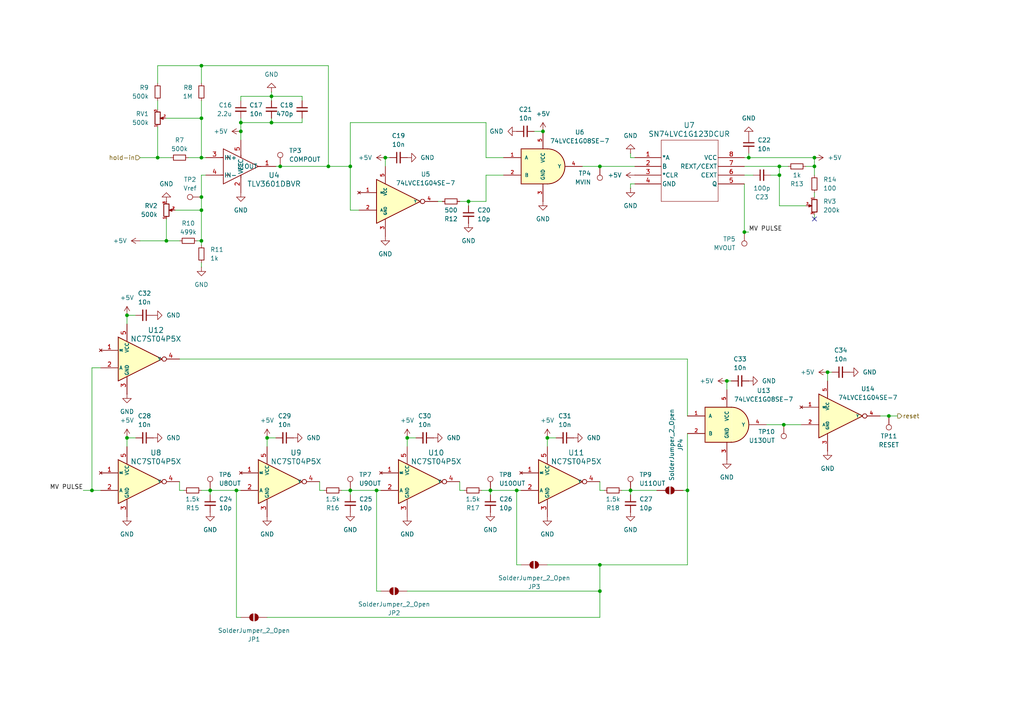
<source format=kicad_sch>
(kicad_sch (version 20231120) (generator "eeschema") (generator_version "8.0")
  (paper "A4")
  (lib_symbols
    (symbol "74LVCE1G04SE-7:74LVCE1G04SE-7" (pin_names (offset 1.016))
      (property "Reference" "U" (at 3.81 -9.652 0))
      (property "Value" "74LVCE1G04SE-7" (at -8.89 -11.938 0))
      (symbol "74LVCE1G04SE-7_0_1"
        (polyline (pts (xy -2.54 6.35) (xy -2.54 -6.35) (xy 10.16 0) (xy -2.54 6.35)) (stroke (width 0.254)) (fill (type background)))
      )
      (symbol "74LVCE1G04SE-7_1_0"
        (pin no_connect line (at -7.62 2.54 0) (length 5.08) (name "NC") (number "1"))
        (pin input line (at -7.62 -2.54 0) (length 5.08) (name "A") (number "2"))
        (pin passive line (at 0 -10.16 90) (length 5.08) (name "GND") (number "3"))
        (pin output inverted (at 15.24 0 180) (length 5.08) (name "Y") (number "4"))
        (pin power_in line (at 0 10.16 270) (length 5.08) (name "VCC") (number "5"))
      )
    )
    (symbol "74LVCE1G08SE-7:74LVCE1G08SE-7" (pin_names (offset 1.016))
      (property "Reference" "U" (at -2.54 -11.684 0))
      (property "Value" "74LVCE1G08SE-7" (at -7.366 -9.144 0))
      (symbol "74LVCE1G08SE-7_0_0"
        (pin input line (at -11.43 2.54 0) (length 5.08) (name "A") (number "1"))
        (pin input line (at -11.43 -2.54 0) (length 5.08) (name "B") (number "2"))
        (pin passive line (at 0 -10.16 90) (length 5.08) (name "GND") (number "3"))
        (pin output line (at 11.43 0 180) (length 5.08) (name "Y") (number "4"))
        (pin power_in line (at 0 10.16 270) (length 5.08) (name "VCC") (number "5"))
      )
      (symbol "74LVCE1G08SE-7_0_1"
        (polyline (pts (xy 1.2921 -5.08) (xy -6.3279 -5.08) (xy -6.3279 5.08) (xy 1.2921 5.08)) (stroke (width 0.254)) (fill (type background)))
        (arc (start 1.2921 -5.08) (mid 6.35 0) (end 1.2921 5.08) (stroke (width 0.254)) (fill (type background)))
      )
    )
    (symbol "Connector:TestPoint" (pin_numbers hide) (pin_names (offset 0.762) hide)
      (property "Reference" "TP" (at 0 6.858 0))
      (property "Value" "TestPoint" (at 0 5.08 0))
      (symbol "TestPoint_0_1"
        (circle (center 0 3.302) (radius 0.762))
      )
      (symbol "TestPoint_1_1"
        (pin passive line (at 0 0 90) (length 2.54) (name "1") (number "1"))
      )
    )
    (symbol "Device:C_Small" (pin_numbers hide) (pin_names (offset 0.254) hide)
      (property "Reference" "C" (at 0.254 1.778 0))
      (property "Value" "C_Small" (at 0.254 -2.032 0))
      (symbol "C_Small_0_1"
        (polyline (pts (xy -1.524 -0.508) (xy 1.524 -0.508)) (stroke (width 0.3302)))
        (polyline (pts (xy -1.524 0.508) (xy 1.524 0.508)) (stroke (width 0.3048)))
      )
      (symbol "C_Small_1_1"
        (pin passive line (at 0 2.54 270) (length 2.032) (name "~") (number "1"))
        (pin passive line (at 0 -2.54 90) (length 2.032) (name "~") (number "2"))
      )
    )
    (symbol "Device:R_Potentiometer_Small" (pin_names (offset 1.016) hide)
      (property "Reference" "RV" (at -4.445 0 90))
      (property "Value" "R_Potentiometer_Small" (at -2.54 0 90))
      (symbol "R_Potentiometer_Small_0_1"
        (polyline (pts (xy 0.889 0) (xy 0.635 0) (xy 1.651 0.381) (xy 1.651 -0.381) (xy 0.635 0) (xy 0.889 0)) (fill (type outline)))
        (rectangle (start 0.762 1.8034) (end -0.762 -1.8034) (stroke (width 0.254)))
      )
      (symbol "R_Potentiometer_Small_1_1"
        (pin passive line (at 0 2.54 270) (length 0.635) (name "1") (number "1"))
        (pin passive line (at 2.54 0 180) (length 0.9906) (name "2") (number "2"))
        (pin passive line (at 0 -2.54 90) (length 0.635) (name "3") (number "3"))
      )
    )
    (symbol "Device:R_Small" (pin_numbers hide) (pin_names (offset 0.254) hide)
      (property "Reference" "R" (at 0.762 0.508 0))
      (property "Value" "R_Small" (at 0.762 -1.016 0))
      (symbol "R_Small_0_1"
        (rectangle (start -0.762 1.778) (end 0.762 -1.778) (stroke (width 0.2032)))
      )
      (symbol "R_Small_1_1"
        (pin passive line (at 0 2.54 270) (length 0.762) (name "~") (number "1"))
        (pin passive line (at 0 -2.54 90) (length 0.762) (name "~") (number "2"))
      )
    )
    (symbol "Jumper:SolderJumper_2_Open" (pin_numbers hide) (pin_names (offset 0) hide) (exclude_from_sim yes) (in_bom no)
      (property "Reference" "JP" (at 0 2.032 0))
      (property "Value" "SolderJumper_2_Open" (at 0 -2.54 0))
      (symbol "SolderJumper_2_Open_0_1"
        (arc (start -0.254 1.016) (mid -1.2656 0) (end -0.254 -1.016))
        (arc (start -0.254 1.016) (mid -1.2656 0) (end -0.254 -1.016) (fill (type outline)))
        (polyline (pts (xy -0.254 1.016) (xy -0.254 -1.016)))
        (polyline (pts (xy 0.254 1.016) (xy 0.254 -1.016)))
        (arc (start 0.254 -1.016) (mid 1.2656 0) (end 0.254 1.016))
        (arc (start 0.254 -1.016) (mid 1.2656 0) (end 0.254 1.016) (fill (type outline)))
      )
      (symbol "SolderJumper_2_Open_1_1"
        (pin passive line (at -3.81 0 0) (length 2.54) (name "A") (number "1"))
        (pin passive line (at 3.81 0 180) (length 2.54) (name "B") (number "2"))
      )
    )
    (symbol "NC7ST04P5X:NC7ST04P5X" (pin_names (offset 0.254))
      (property "Reference" "U" (at 23.876 9.144 0))
      (property "Value" "NC7ST04P5X" (at 23.876 6.604 0))
      (symbol "NC7ST04P5X_0_1"
        (polyline (pts (xy 12.7 6.35) (xy 12.7 -6.35) (xy 25.4 0) (xy 12.7 6.35)) (stroke (width 0.254)) (fill (type background)))
      )
      (symbol "NC7ST04P5X_1_1"
        (pin no_connect line (at 7.62 2.54 0) (length 5.08) (name "NC") (number "1"))
        (pin input line (at 7.62 -2.54 0) (length 5.08) (name "A") (number "2"))
        (pin power_in line (at 15.24 -10.16 90) (length 5.08) (name "GND") (number "3"))
        (pin output inverted (at 30.48 0 180) (length 5.08) (name "Y") (number "4"))
        (pin power_in line (at 15.24 10.16 270) (length 5.08) (name "VCC") (number "5"))
      )
    )
    (symbol "SN74LVC1G123DCUR:SN74LVC1G123DCUR" (pin_names (offset 0.254))
      (property "Reference" "U" (at 15.748 9.906 0))
      (property "Value" "SN74LVC1G123DCUR" (at 15.748 7.366 0))
      (symbol "SN74LVC1G123DCUR_0_1"
        (polyline (pts (xy 7.62 -12.7) (xy 24.13 -12.7)) (stroke (width 0.127)))
        (polyline (pts (xy 7.62 5.08) (xy 7.62 -12.7)) (stroke (width 0.127)))
        (polyline (pts (xy 24.13 -12.7) (xy 24.13 5.08)) (stroke (width 0.127)))
        (polyline (pts (xy 24.13 5.08) (xy 7.62 5.08)) (stroke (width 0.127)))
        (pin input line (at 0 0 0) (length 7.62) (name "*A") (number "1"))
        (pin input line (at 0 -2.54 0) (length 7.62) (name "B") (number "2"))
        (pin input line (at 0 -5.08 0) (length 7.62) (name "*CLR") (number "3"))
        (pin power_in line (at 0 -7.62 0) (length 7.62) (name "GND") (number "4"))
        (pin output line (at 31.75 -7.62 180) (length 7.62) (name "Q") (number "5"))
        (pin power_in line (at 31.75 0 180) (length 7.62) (name "VCC") (number "8"))
      )
      (symbol "SN74LVC1G123DCUR_1_1"
        (pin passive line (at 31.75 -5.08 180) (length 7.62) (name "CEXT") (number "6"))
        (pin passive line (at 31.75 -2.54 180) (length 7.62) (name "REXT/CEXT") (number "7"))
      )
    )
    (symbol "TLV3601:TLV3601DBVR" (pin_names (offset 0.254))
      (property "Reference" "U" (at 0 2.54 0))
      (property "Value" "TLV3601DBVR" (at 0 7.62 0))
      (symbol "TLV3601DBVR_0_1"
        (polyline (pts (xy 5.08 -7.62) (xy 5.08 2.54)) (stroke (width 0.2032)))
        (polyline (pts (xy 5.08 -7.62) (xy 15.24 -2.54)) (stroke (width 0.2032)))
        (polyline (pts (xy 5.08 -5.08) (xy 4.318 -5.08)) (stroke (width 0.2032)))
        (polyline (pts (xy 5.08 0) (xy 4.318 0)) (stroke (width 0.2032)))
        (polyline (pts (xy 5.08 2.54) (xy 15.24 -2.54)) (stroke (width 0.2032)))
        (polyline (pts (xy 6.35 -0.508) (xy 6.35 0.508)) (stroke (width 0.2032)))
        (polyline (pts (xy 6.858 -5.08) (xy 5.842 -5.08)) (stroke (width 0.2032)))
        (polyline (pts (xy 6.858 0) (xy 5.842 0)) (stroke (width 0.2032)))
        (polyline (pts (xy 10.16 -5.08) (xy 10.16 -5.842)) (stroke (width 0.2032)))
        (polyline (pts (xy 10.16 0) (xy 10.16 0.762)) (stroke (width 0.2032)))
        (polyline (pts (xy 15.24 -2.54) (xy 16.002 -2.54)) (stroke (width 0.2032)))
        (pin power_in line (at 10.16 -10.16 90) (length 5.08) (name "VEE") (number "2"))
        (pin tri_state line (at 0 0 0) (length 5.08) (name "IN+") (number "3"))
        (pin tri_state line (at 0 -5.08 0) (length 5.08) (name "IN-") (number "4"))
        (pin power_in line (at 10.16 5.08 270) (length 5.08) (name "VCC") (number "5"))
      )
      (symbol "TLV3601DBVR_1_1"
        (pin output line (at 20.32 -2.54 180) (length 5.08) (name "OUT") (number "1"))
      )
    )
    (symbol "power:+5V" (power) (pin_numbers hide) (pin_names (offset 0) hide)
      (property "Value" "+5V" (at 0 3.556 0))
      (symbol "+5V_0_1"
        (polyline (pts (xy -0.762 1.27) (xy 0 2.54)))
        (polyline (pts (xy 0 0) (xy 0 2.54)))
        (polyline (pts (xy 0 2.54) (xy 0.762 1.27)))
      )
      (symbol "+5V_1_1"
        (pin power_in line (at 0 0 90) (length 0) (name "~") (number "1"))
      )
    )
    (symbol "power:GND" (power) (pin_numbers hide) (pin_names (offset 0) hide)
      (property "Value" "GND" (at 0 -3.81 0))
      (symbol "GND_0_1"
        (polyline (pts (xy 0 0) (xy 0 -1.27) (xy 1.27 -1.27) (xy 0 -2.54) (xy -1.27 -1.27) (xy 0 -1.27)))
      )
      (symbol "GND_1_1"
        (pin power_in line (at 0 0 270) (length 0) (name "~") (number "1"))
      )
    )
  )
  (junction (at 78.74 35.56))
  (junction (at 182.88 142.24))
  (junction (at 173.99 48.26))
  (junction (at 68.58 142.24))
  (junction (at 236.22 45.72))
  (junction (at 236.22 48.26))
  (junction (at 101.6 142.24))
  (junction (at 58.42 19.05))
  (junction (at 58.42 34.29))
  (junction (at 48.26 69.85))
  (junction (at 45.72 45.72))
  (junction (at 58.42 60.96))
  (junction (at 58.42 45.72))
  (junction (at 81.28 48.26))
  (junction (at 240.03 107.95))
  (junction (at 226.06 48.26))
  (junction (at 111.76 45.72))
  (junction (at 173.99 171.45))
  (junction (at 226.06 50.8))
  (junction (at 142.24 142.24))
  (junction (at 78.74 27.94))
  (junction (at 95.25 48.26))
  (junction (at 227.33 123.19))
  (junction (at 58.42 69.85))
  (junction (at 69.85 35.56))
  (junction (at 58.42 57.15))
  (junction (at 199.39 142.24))
  (junction (at 158.75 127))
  (junction (at 77.47 127))
  (junction (at 118.11 127))
  (junction (at 36.83 127))
  (junction (at 257.81 120.65))
  (junction (at 109.22 142.24))
  (junction (at 210.82 110.49))
  (junction (at 173.99 163.83))
  (junction (at 101.6 48.26))
  (junction (at 217.17 45.72))
  (junction (at 157.48 38.1))
  (junction (at 26.67 142.24))
  (junction (at 69.85 38.1))
  (junction (at 149.86 142.24))
  (junction (at 60.96 142.24))
  (junction (at 135.89 58.42))
  (junction (at 36.83 91.44))
  (junction (at 215.9 67.31))
  (no_connect (at 236.22 63.5))
  (wire (pts (xy 120.65 127) (xy 118.11 127)))
  (wire (pts (xy 226.06 59.69) (xy 226.06 50.8)))
  (wire (pts (xy 92.71 142.24) (xy 92.71 139.7)))
  (wire (pts (xy 101.6 48.26) (xy 101.6 60.96)))
  (wire (pts (xy 135.89 58.42) (xy 135.89 59.69)))
  (wire (pts (xy 48.26 69.85) (xy 52.07 69.85)))
  (wire (pts (xy 158.75 127) (xy 158.75 129.54)))
  (wire (pts (xy 182.88 54.61) (xy 182.88 53.34)))
  (wire (pts (xy 45.72 36.83) (xy 45.72 45.72)))
  (wire (pts (xy 58.42 24.13) (xy 58.42 19.05)))
  (wire (pts (xy 58.42 77.47) (xy 58.42 76.2)))
  (wire (pts (xy 142.24 142.24) (xy 142.24 143.51)))
  (wire (pts (xy 173.99 163.83) (xy 199.39 163.83)))
  (wire (pts (xy 54.61 45.72) (xy 58.42 45.72)))
  (wire (pts (xy 78.74 27.94) (xy 78.74 29.21)))
  (wire (pts (xy 58.42 50.8) (xy 58.42 57.15)))
  (wire (pts (xy 45.72 24.13) (xy 45.72 19.05)))
  (wire (pts (xy 109.22 142.24) (xy 110.49 142.24)))
  (wire (pts (xy 182.88 44.45) (xy 182.88 45.72)))
  (wire (pts (xy 236.22 55.88) (xy 236.22 57.15)))
  (wire (pts (xy 68.58 142.24) (xy 68.58 179.07)))
  (wire (pts (xy 68.58 179.07) (xy 69.85 179.07)))
  (wire (pts (xy 26.67 106.68) (xy 29.21 106.68)))
  (wire (pts (xy 48.26 34.29) (xy 58.42 34.29)))
  (wire (pts (xy 52.07 142.24) (xy 53.34 142.24)))
  (wire (pts (xy 87.63 27.94) (xy 87.63 29.21)))
  (wire (pts (xy 77.47 179.07) (xy 173.99 179.07)))
  (wire (pts (xy 240.03 107.95) (xy 240.03 110.49)))
  (wire (pts (xy 260.35 120.65) (xy 257.81 120.65)))
  (wire (pts (xy 217.17 67.31) (xy 215.9 67.31)))
  (wire (pts (xy 60.96 142.24) (xy 68.58 142.24)))
  (wire (pts (xy 58.42 57.15) (xy 58.42 60.96)))
  (wire (pts (xy 101.6 142.24) (xy 101.6 143.51)))
  (wire (pts (xy 40.64 69.85) (xy 48.26 69.85)))
  (wire (pts (xy 173.99 48.26) (xy 184.15 48.26)))
  (wire (pts (xy 58.42 69.85) (xy 58.42 71.12)))
  (wire (pts (xy 111.76 45.72) (xy 113.03 45.72)))
  (wire (pts (xy 60.96 142.24) (xy 60.96 143.51)))
  (wire (pts (xy 87.63 35.56) (xy 87.63 34.29)))
  (wire (pts (xy 215.9 48.26) (xy 226.06 48.26)))
  (wire (pts (xy 173.99 142.24) (xy 173.99 139.7)))
  (wire (pts (xy 199.39 104.14) (xy 199.39 120.65)))
  (wire (pts (xy 140.97 50.8) (xy 146.05 50.8)))
  (wire (pts (xy 139.7 142.24) (xy 142.24 142.24)))
  (wire (pts (xy 226.06 48.26) (xy 228.6 48.26)))
  (wire (pts (xy 78.74 27.94) (xy 87.63 27.94)))
  (wire (pts (xy 99.06 142.24) (xy 101.6 142.24)))
  (wire (pts (xy 58.42 60.96) (xy 58.42 69.85)))
  (wire (pts (xy 140.97 58.42) (xy 140.97 50.8)))
  (wire (pts (xy 158.75 163.83) (xy 173.99 163.83)))
  (wire (pts (xy 69.85 38.1) (xy 69.85 40.64)))
  (wire (pts (xy 135.89 58.42) (xy 140.97 58.42)))
  (wire (pts (xy 109.22 171.45) (xy 110.49 171.45)))
  (wire (pts (xy 80.01 48.26) (xy 81.28 48.26)))
  (wire (pts (xy 226.06 48.26) (xy 226.06 50.8)))
  (wire (pts (xy 173.99 179.07) (xy 173.99 171.45)))
  (wire (pts (xy 227.33 123.19) (xy 232.41 123.19)))
  (wire (pts (xy 140.97 45.72) (xy 146.05 45.72)))
  (wire (pts (xy 95.25 48.26) (xy 101.6 48.26)))
  (wire (pts (xy 39.37 127) (xy 36.83 127)))
  (wire (pts (xy 109.22 142.24) (xy 109.22 171.45)))
  (wire (pts (xy 199.39 163.83) (xy 199.39 142.24)))
  (wire (pts (xy 69.85 35.56) (xy 78.74 35.56)))
  (wire (pts (xy 95.25 19.05) (xy 95.25 48.26)))
  (wire (pts (xy 24.13 142.24) (xy 26.67 142.24)))
  (wire (pts (xy 118.11 171.45) (xy 173.99 171.45)))
  (wire (pts (xy 173.99 142.24) (xy 175.26 142.24)))
  (wire (pts (xy 40.64 45.72) (xy 45.72 45.72)))
  (wire (pts (xy 233.68 48.26) (xy 236.22 48.26)))
  (wire (pts (xy 127 58.42) (xy 128.27 58.42)))
  (wire (pts (xy 36.83 91.44) (xy 36.83 93.98)))
  (wire (pts (xy 222.25 123.19) (xy 227.33 123.19)))
  (wire (pts (xy 182.88 45.72) (xy 184.15 45.72)))
  (wire (pts (xy 26.67 106.68) (xy 26.67 142.24)))
  (wire (pts (xy 69.85 34.29) (xy 69.85 35.56)))
  (wire (pts (xy 52.07 104.14) (xy 199.39 104.14)))
  (wire (pts (xy 182.88 142.24) (xy 190.5 142.24)))
  (wire (pts (xy 81.28 48.26) (xy 95.25 48.26)))
  (wire (pts (xy 77.47 127) (xy 77.47 129.54)))
  (wire (pts (xy 182.88 53.34) (xy 184.15 53.34)))
  (wire (pts (xy 58.42 45.72) (xy 59.69 45.72)))
  (wire (pts (xy 236.22 45.72) (xy 236.22 48.26)))
  (wire (pts (xy 210.82 110.49) (xy 212.09 110.49)))
  (wire (pts (xy 59.69 50.8) (xy 58.42 50.8)))
  (wire (pts (xy 92.71 142.24) (xy 93.98 142.24)))
  (wire (pts (xy 233.68 59.69) (xy 226.06 59.69)))
  (wire (pts (xy 58.42 142.24) (xy 60.96 142.24)))
  (wire (pts (xy 58.42 45.72) (xy 58.42 34.29)))
  (wire (pts (xy 68.58 142.24) (xy 69.85 142.24)))
  (wire (pts (xy 101.6 60.96) (xy 104.14 60.96)))
  (wire (pts (xy 101.6 35.56) (xy 140.97 35.56)))
  (wire (pts (xy 39.37 91.44) (xy 36.83 91.44)))
  (wire (pts (xy 36.83 127) (xy 36.83 129.54)))
  (wire (pts (xy 154.94 38.1) (xy 157.48 38.1)))
  (wire (pts (xy 149.86 142.24) (xy 149.86 163.83)))
  (wire (pts (xy 133.35 58.42) (xy 135.89 58.42)))
  (wire (pts (xy 149.86 163.83) (xy 151.13 163.83)))
  (wire (pts (xy 118.11 127) (xy 118.11 129.54)))
  (wire (pts (xy 140.97 35.56) (xy 140.97 45.72)))
  (wire (pts (xy 101.6 48.26) (xy 101.6 35.56)))
  (wire (pts (xy 45.72 19.05) (xy 58.42 19.05)))
  (wire (pts (xy 142.24 142.24) (xy 149.86 142.24)))
  (wire (pts (xy 198.12 142.24) (xy 199.39 142.24)))
  (wire (pts (xy 215.9 45.72) (xy 217.17 45.72)))
  (wire (pts (xy 26.67 142.24) (xy 29.21 142.24)))
  (wire (pts (xy 78.74 34.29) (xy 78.74 35.56)))
  (wire (pts (xy 58.42 19.05) (xy 95.25 19.05)))
  (wire (pts (xy 69.85 35.56) (xy 69.85 38.1)))
  (wire (pts (xy 215.9 50.8) (xy 218.44 50.8)))
  (wire (pts (xy 217.17 45.72) (xy 236.22 45.72)))
  (wire (pts (xy 57.15 69.85) (xy 58.42 69.85)))
  (wire (pts (xy 240.03 107.95) (xy 241.3 107.95)))
  (wire (pts (xy 78.74 35.56) (xy 87.63 35.56)))
  (wire (pts (xy 111.76 45.72) (xy 111.76 48.26)))
  (wire (pts (xy 80.01 127) (xy 77.47 127)))
  (wire (pts (xy 199.39 142.24) (xy 199.39 125.73)))
  (wire (pts (xy 133.35 142.24) (xy 134.62 142.24)))
  (wire (pts (xy 69.85 27.94) (xy 78.74 27.94)))
  (wire (pts (xy 50.8 60.96) (xy 58.42 60.96)))
  (wire (pts (xy 133.35 142.24) (xy 133.35 139.7)))
  (wire (pts (xy 215.9 67.31) (xy 215.9 53.34)))
  (wire (pts (xy 257.81 120.65) (xy 255.27 120.65)))
  (wire (pts (xy 226.06 50.8) (xy 223.52 50.8)))
  (wire (pts (xy 101.6 142.24) (xy 109.22 142.24)))
  (wire (pts (xy 236.22 63.5) (xy 236.22 62.23)))
  (wire (pts (xy 45.72 45.72) (xy 49.53 45.72)))
  (wire (pts (xy 217.17 44.45) (xy 217.17 45.72)))
  (wire (pts (xy 180.34 142.24) (xy 182.88 142.24)))
  (wire (pts (xy 69.85 29.21) (xy 69.85 27.94)))
  (wire (pts (xy 161.29 127) (xy 158.75 127)))
  (wire (pts (xy 48.26 63.5) (xy 48.26 69.85)))
  (wire (pts (xy 168.91 48.26) (xy 173.99 48.26)))
  (wire (pts (xy 173.99 171.45) (xy 173.99 163.83)))
  (wire (pts (xy 149.86 142.24) (xy 151.13 142.24)))
  (wire (pts (xy 52.07 139.7) (xy 52.07 142.24)))
  (wire (pts (xy 58.42 34.29) (xy 58.42 29.21)))
  (wire (pts (xy 78.74 26.67) (xy 78.74 27.94)))
  (wire (pts (xy 210.82 110.49) (xy 210.82 113.03)))
  (wire (pts (xy 236.22 48.26) (xy 236.22 50.8)))
  (wire (pts (xy 182.88 142.24) (xy 182.88 143.51)))
  (wire (pts (xy 45.72 31.75) (xy 45.72 29.21)))
  (label "MV PULSE" (at 217.17 67.31 0))
  (label "MV PULSE" (at 24.13 142.24 180))
  (hierarchical_label "hold-in" (shape input) (at 40.64 45.72 180))
  (hierarchical_label "reset" (shape output) (at 260.35 120.65 0))
  (symbol (lib_id "power:+5V") (at 236.22 45.72 270) (unit 1)
    (property "Reference" "#PWR051" (effects (hide yes)))
    (property "Value" "+5V" (at 240.03 45.7199 90) (effects (justify left)))
    (property "Description" "Power symbol creates a global label with name \"+5V\"" (effects (hide yes)))
  )
  (symbol (lib_id "Connector:TestPoint") (at 215.9 67.31 0) (mirror x) (unit 1)
    (property "Reference" "TP5" (at 213.36 69.3419 0) (effects (justify right)))
    (property "Value" "MVOUT" (at 213.36 71.8819 0) (effects (justify right)))
    (property "Footprint" "Project:TestPoint_THTPad_D2.0mm_Drill1.0mm_JLCrules" (effects (hide yes)))
    (property "Description" "test point" (effects (hide yes)))
  )
  (symbol (lib_id "power:GND") (at 125.73 127 90) (unit 1)
    (property "Reference" "#PWR066" (effects (hide yes)))
    (property "Value" "GND" (at 129.54 127.0001 90) (effects (justify right)))
    (property "Description" "Power symbol creates a global label with name \"GND\" , ground" (effects (hide yes)))
  )
  (symbol (lib_id "Device:R_Small") (at 177.8 142.24 270) (unit 1)
    (property "Reference" "R18" (at 177.8 147.32 90))
    (property "Value" "1.5k" (at 177.8 144.78 90))
    (property "Footprint" "Resistor_SMD:R_0805_2012Metric_Pad1.20x1.40mm_HandSolder" (effects (hide yes)))
    (property "Description" "Resistor, small symbol" (effects (hide yes)))
  )
  (symbol (lib_id "power:GND") (at 166.37 127 90) (unit 1)
    (property "Reference" "#PWR067" (effects (hide yes)))
    (property "Value" "GND" (at 170.18 127.0001 90) (effects (justify right)))
    (property "Description" "Power symbol creates a global label with name \"GND\" , ground" (effects (hide yes)))
  )
  (symbol (lib_id "74LVCE1G08SE-7:74LVCE1G08SE-7") (at 157.48 48.26 0) (unit 1)
    (property "Reference" "U6" (at 168.148 38.354 0))
    (property "Value" "74LVCE1G08SE-7" (at 168.148 40.894 0))
    (property "Footprint" "Project:74LVCE1G08SE-7" (effects (hide yes)))
    (property "SUPPLIER" "DIODES INC." (effects (hide yes)))
    (property "OC_FARNELL" "1893856" (effects (hide yes)))
    (property "OC_NEWARK" "47T3901" (effects (hide yes)))
    (property "MPN" "74LVCE1G08SE-7" (effects (hide yes)))
    (property "PACKAGE" "SOT-5" (effects (hide yes)))
  )
  (symbol (lib_id "power:GND") (at 118.11 45.72 90) (unit 1)
    (property "Reference" "#PWR045" (effects (hide yes)))
    (property "Value" "GND" (at 121.92 45.7199 90) (effects (justify right)))
    (property "Description" "Power symbol creates a global label with name \"GND\" , ground" (effects (hide yes)))
  )
  (symbol (lib_id "Device:R_Small") (at 96.52 142.24 270) (unit 1)
    (property "Reference" "R16" (at 96.52 147.32 90))
    (property "Value" "1.5k" (at 96.52 144.78 90))
    (property "Footprint" "Resistor_SMD:R_0805_2012Metric_Pad1.20x1.40mm_HandSolder" (effects (hide yes)))
    (property "Description" "Resistor, small symbol" (effects (hide yes)))
  )
  (symbol (lib_id "power:GND") (at 44.45 127 90) (unit 1)
    (property "Reference" "#PWR064" (effects (hide yes)))
    (property "Value" "GND" (at 48.26 127.0001 90) (effects (justify right)))
    (property "Description" "Power symbol creates a global label with name \"GND\" , ground" (effects (hide yes)))
  )
  (symbol (lib_id "Device:R_Small") (at 58.42 73.66 0) (unit 1)
    (property "Reference" "R11" (at 60.96 72.3899 0) (effects (justify left)))
    (property "Value" "1k" (at 60.96 74.9299 0) (effects (justify left)))
    (property "Footprint" "Resistor_SMD:R_1206_3216Metric" (effects (hide yes)))
    (property "Description" "Resistor, small symbol" (effects (hide yes)))
  )
  (symbol (lib_id "Device:R_Small") (at 45.72 26.67 0) (unit 1)
    (property "Reference" "R9" (at 43.18 25.3999 0) (effects (justify right)))
    (property "Value" "500k" (at 43.18 27.9399 0) (effects (justify right)))
    (property "Footprint" "Resistor_SMD:R_1206_3216Metric" (effects (hide yes)))
    (property "Description" "Resistor, small symbol" (effects (hide yes)))
  )
  (symbol (lib_id "Jumper:SolderJumper_2_Open") (at 154.94 163.83 180) (unit 1) (exclude_from_sim yes) (in_bom no)
    (property "Reference" "JP3" (at 154.94 170.18 0))
    (property "Value" "SolderJumper_2_Open" (at 154.94 167.64 0))
    (property "Footprint" "Jumper:SolderJumper-2_P1.3mm_Open_Pad1.0x1.5mm" (effects (hide yes)))
    (property "Description" "Solder Jumper, 2-pole, open" (effects (hide yes)))
  )
  (symbol (lib_id "Device:C_Small") (at 135.89 62.23 0) (unit 1)
    (property "Reference" "C20" (at 138.43 60.9662 0) (effects (justify left)))
    (property "Value" "10p" (at 138.43 63.5062 0) (effects (justify left)))
    (property "Footprint" "Capacitor_SMD:C_0805_2012Metric" (effects (hide yes)))
    (property "Description" "Unpolarized capacitor, small symbol" (effects (hide yes)))
  )
  (symbol (lib_id "Device:C_Small") (at 41.91 127 270) (mirror x) (unit 1)
    (property "Reference" "C28" (at 41.9037 120.65 90))
    (property "Value" "10n" (at 41.9037 123.19 90))
    (property "Footprint" "Capacitor_SMD:C_0805_2012Metric" (effects (hide yes)))
    (property "Description" "Unpolarized capacitor, small symbol" (effects (hide yes)))
  )
  (symbol (lib_id "Connector:TestPoint") (at 182.88 142.24 0) (mirror y) (unit 1)
    (property "Reference" "TP9" (at 185.42 137.6679 0) (effects (justify right)))
    (property "Value" "U11OUT" (at 185.42 140.2079 0) (effects (justify right)))
    (property "Footprint" "Project:TestPoint_THTPad_D2.0mm_Drill1.0mm_JLCrules" (effects (hide yes)))
    (property "Description" "test point" (effects (hide yes)))
  )
  (symbol (lib_id "Device:C_Small") (at 101.6 146.05 0) (unit 1)
    (property "Reference" "C25" (at 104.14 144.7862 0) (effects (justify left)))
    (property "Value" "10p" (at 104.14 147.3262 0) (effects (justify left)))
    (property "Footprint" "Capacitor_SMD:C_0805_2012Metric_Pad1.18x1.45mm_HandSolder" (effects (hide yes)))
    (property "Description" "Unpolarized capacitor, small symbol" (effects (hide yes)))
  )
  (symbol (lib_id "Connector:TestPoint") (at 58.42 57.15 90) (mirror x) (unit 1)
    (property "Reference" "TP2" (at 55.118 52.07 90))
    (property "Value" "Vref" (at 55.118 54.61 90))
    (property "Footprint" "Project:TestPoint_THTPad_D2.0mm_Drill1.0mm_JLCrules" (effects (hide yes)))
    (property "Description" "test point" (effects (hide yes)))
  )
  (symbol (lib_id "power:GND") (at 48.26 58.42 180) (unit 1)
    (property "Reference" "#PWR043" (effects (hide yes)))
    (property "Value" "GND" (at 48.26 53.34 0))
    (property "Description" "Power symbol creates a global label with name \"GND\" , ground" (effects (hide yes)))
  )
  (symbol (lib_id "power:+5V") (at 69.85 38.1 90) (unit 1)
    (property "Reference" "#PWR047" (effects (hide yes)))
    (property "Value" "+5V" (at 66.04 38.0999 90) (effects (justify left)))
    (property "Description" "Power symbol creates a global label with name \"+5V\"" (effects (hide yes)))
  )
  (symbol (lib_id "power:GND") (at 36.83 149.86 0) (unit 1)
    (property "Reference" "#PWR033" (effects (hide yes)))
    (property "Value" "GND" (at 36.83 154.94 0))
    (property "Description" "Power symbol creates a global label with name \"GND\" , ground" (effects (hide yes)))
  )
  (symbol (lib_id "Connector:TestPoint") (at 60.96 142.24 0) (mirror y) (unit 1)
    (property "Reference" "TP6" (at 63.5 137.6679 0) (effects (justify right)))
    (property "Value" "U8OUT" (at 63.5 140.2079 0) (effects (justify right)))
    (property "Footprint" "Project:TestPoint_THTPad_D2.0mm_Drill1.0mm_JLCrules" (effects (hide yes)))
    (property "Description" "test point" (effects (hide yes)))
  )
  (symbol (lib_id "power:+5V") (at 158.75 127 0) (unit 1)
    (property "Reference" "#PWR056" (effects (hide yes)))
    (property "Value" "+5V" (at 158.75 121.92 0))
    (property "Description" "Power symbol creates a global label with name \"+5V\"" (effects (hide yes)))
  )
  (symbol (lib_id "Connector:TestPoint") (at 227.33 123.19 0) (mirror x) (unit 1)
    (property "Reference" "TP10" (at 224.79 125.2219 0) (effects (justify right)))
    (property "Value" "U13OUT" (at 224.79 127.7619 0) (effects (justify right)))
    (property "Footprint" "Project:TestPoint_THTPad_D2.0mm_Drill1.0mm_JLCrules" (effects (hide yes)))
    (property "Description" "test point" (effects (hide yes)))
  )
  (symbol (lib_id "power:GND") (at 77.47 149.86 0) (unit 1)
    (property "Reference" "#PWR035" (effects (hide yes)))
    (property "Value" "GND" (at 77.47 154.94 0))
    (property "Description" "Power symbol creates a global label with name \"GND\" , ground" (effects (hide yes)))
  )
  (symbol (lib_id "Device:R_Small") (at 55.88 142.24 270) (unit 1)
    (property "Reference" "R15" (at 55.88 147.32 90))
    (property "Value" "1.5k" (at 55.88 144.78 90))
    (property "Footprint" "Resistor_SMD:R_0805_2012Metric_Pad1.20x1.40mm_HandSolder" (effects (hide yes)))
    (property "Description" "Resistor, small symbol" (effects (hide yes)))
  )
  (symbol (lib_id "power:+5V") (at 157.48 38.1 0) (unit 1)
    (property "Reference" "#PWR049" (effects (hide yes)))
    (property "Value" "+5V" (at 157.48 33.02 0))
    (property "Description" "Power symbol creates a global label with name \"+5V\"" (effects (hide yes)))
  )
  (symbol (lib_id "Device:R_Small") (at 58.42 26.67 0) (unit 1)
    (property "Reference" "R8" (at 55.88 25.3999 0) (effects (justify right)))
    (property "Value" "1M" (at 55.88 27.9399 0) (effects (justify right)))
    (property "Footprint" "Resistor_SMD:R_1206_3216Metric" (effects (hide yes)))
    (property "Description" "Resistor, small symbol" (effects (hide yes)))
  )
  (symbol (lib_id "Connector:TestPoint") (at 142.24 142.24 0) (mirror y) (unit 1)
    (property "Reference" "TP8" (at 144.78 137.6679 0) (effects (justify right)))
    (property "Value" "U10OUT" (at 144.78 140.2079 0) (effects (justify right)))
    (property "Footprint" "Project:TestPoint_THTPad_D2.0mm_Drill1.0mm_JLCrules" (effects (hide yes)))
    (property "Description" "test point" (effects (hide yes)))
  )
  (symbol (lib_id "NC7ST04P5X:NC7ST04P5X") (at 143.51 139.7 0) (unit 1)
    (property "Reference" "U11" (at 167.132 131.318 0) (effects (font (size 1.524 1.524))))
    (property "Value" "NC7ST04P5X" (at 167.132 133.858 0) (effects (font (size 1.524 1.524))))
    (property "Footprint" "Project:NC7ST04P5X" (effects (hide yes)))
    (property "Datasheet" "NC7ST04P5X" (effects (hide yes)))
  )
  (symbol (lib_id "power:+5V") (at 184.15 50.8 90) (unit 1)
    (property "Reference" "#PWR050" (effects (hide yes)))
    (property "Value" "+5V" (at 180.34 50.7999 90) (effects (justify left)))
    (property "Description" "Power symbol creates a global label with name \"+5V\"" (effects (hide yes)))
  )
  (symbol (lib_id "Connector:TestPoint") (at 101.6 142.24 0) (mirror y) (unit 1)
    (property "Reference" "TP7" (at 104.14 137.6679 0) (effects (justify right)))
    (property "Value" "U9OUT" (at 104.14 140.2079 0) (effects (justify right)))
    (property "Footprint" "Project:TestPoint_THTPad_D2.0mm_Drill1.0mm_JLCrules" (effects (hide yes)))
    (property "Description" "test point" (effects (hide yes)))
  )
  (symbol (lib_id "Device:R_Potentiometer_Small") (at 236.22 59.69 0) (mirror y) (unit 1)
    (property "Reference" "RV3" (at 238.76 58.4199 0) (effects (justify right)))
    (property "Value" "200k" (at 238.76 60.9599 0) (effects (justify right)))
    (property "Footprint" "Potentiometer_SMD:Potentiometer_Bourns_3214W_Vertical" (effects (hide yes)))
    (property "Description" "Potentiometer" (effects (hide yes)))
  )
  (symbol (lib_id "Jumper:SolderJumper_2_Open") (at 114.3 171.45 180) (unit 1) (exclude_from_sim yes) (in_bom no)
    (property "Reference" "JP2" (at 114.3 177.8 0))
    (property "Value" "SolderJumper_2_Open" (at 114.3 175.26 0))
    (property "Footprint" "Jumper:SolderJumper-2_P1.3mm_Open_Pad1.0x1.5mm" (effects (hide yes)))
    (property "Description" "Solder Jumper, 2-pole, open" (effects (hide yes)))
  )
  (symbol (lib_id "power:GND") (at 158.75 149.86 0) (unit 1)
    (property "Reference" "#PWR038" (effects (hide yes)))
    (property "Value" "GND" (at 158.75 154.94 0))
    (property "Description" "Power symbol creates a global label with name \"GND\" , ground" (effects (hide yes)))
  )
  (symbol (lib_id "Device:C_Small") (at 217.17 41.91 0) (unit 1)
    (property "Reference" "C22" (at 219.71 40.6462 0) (effects (justify left)))
    (property "Value" "10n" (at 219.71 43.1862 0) (effects (justify left)))
    (property "Footprint" "Capacitor_SMD:C_0805_2012Metric" (effects (hide yes)))
    (property "Description" "Unpolarized capacitor, small symbol" (effects (hide yes)))
  )
  (symbol (lib_id "Device:C_Small") (at 152.4 38.1 90) (unit 1)
    (property "Reference" "C21" (at 152.4063 31.75 90))
    (property "Value" "10n" (at 152.4063 34.29 90))
    (property "Footprint" "Capacitor_SMD:C_0805_2012Metric" (effects (hide yes)))
    (property "Description" "Unpolarized capacitor, small symbol" (effects (hide yes)))
  )
  (symbol (lib_id "74LVCE1G08SE-7:74LVCE1G08SE-7") (at 210.82 123.19 0) (unit 1)
    (property "Reference" "U13" (at 221.488 113.284 0))
    (property "Value" "74LVCE1G08SE-7" (at 221.488 115.824 0))
    (property "Footprint" "Project:74LVCE1G08SE-7" (effects (hide yes)))
    (property "SUPPLIER" "DIODES INC." (effects (hide yes)))
    (property "OC_FARNELL" "1893856" (effects (hide yes)))
    (property "OC_NEWARK" "47T3901" (effects (hide yes)))
    (property "MPN" "74LVCE1G08SE-7" (effects (hide yes)))
    (property "PACKAGE" "SOT-5" (effects (hide yes)))
  )
  (symbol (lib_id "power:GND") (at 217.17 39.37 180) (unit 1)
    (property "Reference" "#PWR046" (effects (hide yes)))
    (property "Value" "GND" (at 217.17 34.29 0))
    (property "Description" "Power symbol creates a global label with name \"GND\" , ground" (effects (hide yes)))
  )
  (symbol (lib_id "Device:C_Small") (at 115.57 45.72 90) (unit 1)
    (property "Reference" "C19" (at 115.5763 39.37 90))
    (property "Value" "10n" (at 115.5763 41.91 90))
    (property "Footprint" "Capacitor_SMD:C_0805_2012Metric" (effects (hide yes)))
    (property "Description" "Unpolarized capacitor, small symbol" (effects (hide yes)))
  )
  (symbol (lib_id "Device:R_Small") (at 130.81 58.42 270) (unit 1)
    (property "Reference" "R12" (at 130.81 63.5 90))
    (property "Value" "500" (at 130.81 60.96 90))
    (property "Footprint" "Resistor_SMD:R_0805_2012Metric" (effects (hide yes)))
    (property "Description" "Resistor, small symbol" (effects (hide yes)))
  )
  (symbol (lib_id "Device:C_Small") (at 60.96 146.05 0) (unit 1)
    (property "Reference" "C24" (at 63.5 144.7862 0) (effects (justify left)))
    (property "Value" "10p" (at 63.5 147.3262 0) (effects (justify left)))
    (property "Footprint" "Capacitor_SMD:C_0805_2012Metric_Pad1.18x1.45mm_HandSolder" (effects (hide yes)))
    (property "Description" "Unpolarized capacitor, small symbol" (effects (hide yes)))
  )
  (symbol (lib_id "power:GND") (at 36.83 114.3 0) (unit 1)
    (property "Reference" "#PWR032" (effects (hide yes)))
    (property "Value" "GND" (at 36.83 119.38 0))
    (property "Description" "Power symbol creates a global label with name \"GND\" , ground" (effects (hide yes)))
  )
  (symbol (lib_id "power:GND") (at 78.74 26.67 180) (unit 1)
    (property "Reference" "#PWR044" (effects (hide yes)))
    (property "Value" "GND" (at 78.74 21.59 0))
    (property "Description" "Power symbol creates a global label with name \"GND\" , ground" (effects (hide yes)))
  )
  (symbol (lib_id "74LVCE1G04SE-7:74LVCE1G04SE-7") (at 240.03 120.65 0) (unit 1)
    (property "Reference" "U14" (at 251.714 112.776 0))
    (property "Value" "74LVCE1G04SE-7" (at 251.714 115.316 0))
    (property "Footprint" "Project:74LVCE1G04SE-7" (effects (hide yes)))
    (property "MPN" "74LVCE1G04SE-7" (effects (hide yes)))
    (property "SUPPLIER" "DIODES INC." (effects (hide yes)))
    (property "OC_NEWARK" "47T3895" (effects (hide yes)))
    (property "OC_FARNELL" "1893849" (effects (hide yes)))
    (property "PACKAGE" "SOT-5" (effects (hide yes)))
  )
  (symbol (lib_id "Device:C_Small") (at 182.88 146.05 0) (unit 1)
    (property "Reference" "C27" (at 185.42 144.7862 0) (effects (justify left)))
    (property "Value" "10p" (at 185.42 147.3262 0) (effects (justify left)))
    (property "Footprint" "Capacitor_SMD:C_0805_2012Metric_Pad1.18x1.45mm_HandSolder" (effects (hide yes)))
    (property "Description" "Unpolarized capacitor, small symbol" (effects (hide yes)))
  )
  (symbol (lib_id "power:+5V") (at 210.82 110.49 90) (unit 1)
    (property "Reference" "#PWR073" (effects (hide yes)))
    (property "Value" "+5V" (at 207.01 110.4899 90) (effects (justify left)))
    (property "Description" "Power symbol creates a global label with name \"+5V\"" (effects (hide yes)))
  )
  (symbol (lib_id "Connector:TestPoint") (at 173.99 48.26 0) (mirror x) (unit 1)
    (property "Reference" "TP4" (at 171.45 50.2919 0) (effects (justify right)))
    (property "Value" "MVIN" (at 171.45 52.8319 0) (effects (justify right)))
    (property "Footprint" "Project:TestPoint_THTPad_D2.0mm_Drill1.0mm_JLCrules" (effects (hide yes)))
    (property "Description" "test point" (effects (hide yes)))
  )
  (symbol (lib_id "Device:C_Small") (at 220.98 50.8 90) (unit 1)
    (property "Reference" "C23" (at 220.9863 57.15 90))
    (property "Value" "100p" (at 220.9863 54.61 90))
    (property "Footprint" "Capacitor_SMD:C_0805_2012Metric" (effects (hide yes)))
    (property "Description" "Unpolarized capacitor, small symbol" (effects (hide yes)))
  )
  (symbol (lib_id "power:GND") (at 142.24 148.59 0) (unit 1)
    (property "Reference" "#PWR062" (effects (hide yes)))
    (property "Value" "GND" (at 142.24 153.67 0))
    (property "Description" "Power symbol creates a global label with name \"GND\" , ground" (effects (hide yes)))
  )
  (symbol (lib_id "power:GND") (at 85.09 127 90) (unit 1)
    (property "Reference" "#PWR065" (effects (hide yes)))
    (property "Value" "GND" (at 88.9 127.0001 90) (effects (justify right)))
    (property "Description" "Power symbol creates a global label with name \"GND\" , ground" (effects (hide yes)))
  )
  (symbol (lib_id "Device:R_Potentiometer_Small") (at 45.72 34.29 0) (mirror x) (unit 1)
    (property "Reference" "RV1" (at 43.18 33.0199 0) (effects (justify right)))
    (property "Value" "500k" (at 43.18 35.5599 0) (effects (justify right)))
    (property "Footprint" "Potentiometer_SMD:Potentiometer_Bourns_3214W_Vertical" (effects (hide yes)))
    (property "Description" "Potentiometer" (effects (hide yes)))
  )
  (symbol (lib_id "Device:R_Small") (at 231.14 48.26 90) (mirror x) (unit 1)
    (property "Reference" "R13" (at 231.14 53.34 90))
    (property "Value" "1k" (at 231.14 50.8 90))
    (property "Footprint" "Resistor_SMD:R_0805_2012Metric" (effects (hide yes)))
    (property "Description" "Resistor, small symbol" (effects (hide yes)))
  )
  (symbol (lib_id "Device:C_Small") (at 78.74 31.75 0) (unit 1)
    (property "Reference" "C17" (at 76.2 30.4862 0) (effects (justify right)))
    (property "Value" "10n" (at 76.2 33.0262 0) (effects (justify right)))
    (property "Footprint" "Capacitor_SMD:C_0805_2012Metric" (effects (hide yes)))
    (property "Description" "Unpolarized capacitor, small symbol" (effects (hide yes)))
  )
  (symbol (lib_id "power:+5V") (at 77.47 127 0) (unit 1)
    (property "Reference" "#PWR054" (effects (hide yes)))
    (property "Value" "+5V" (at 77.47 121.92 0))
    (property "Description" "Power symbol creates a global label with name \"+5V\"" (effects (hide yes)))
  )
  (symbol (lib_id "Device:C_Small") (at 163.83 127 270) (mirror x) (unit 1)
    (property "Reference" "C31" (at 163.8237 120.65 90))
    (property "Value" "10n" (at 163.8237 123.19 90))
    (property "Footprint" "Capacitor_SMD:C_0805_2012Metric" (effects (hide yes)))
    (property "Description" "Unpolarized capacitor, small symbol" (effects (hide yes)))
  )
  (symbol (lib_id "Device:C_Small") (at 214.63 110.49 90) (unit 1)
    (property "Reference" "C33" (at 214.6363 104.14 90))
    (property "Value" "10n" (at 214.6363 106.68 90))
    (property "Footprint" "Capacitor_SMD:C_0805_2012Metric" (effects (hide yes)))
    (property "Description" "Unpolarized capacitor, small symbol" (effects (hide yes)))
  )
  (symbol (lib_id "power:GND") (at 246.38 107.95 90) (unit 1)
    (property "Reference" "#PWR071" (effects (hide yes)))
    (property "Value" "GND" (at 250.19 107.9499 90) (effects (justify right)))
    (property "Description" "Power symbol creates a global label with name \"GND\" , ground" (effects (hide yes)))
  )
  (symbol (lib_id "TLV3601:TLV3601DBVR") (at 59.69 45.72 0) (unit 1)
    (property "Reference" "U4" (at 79.502 50.8314 0) (effects (font (size 1.524 1.524))))
    (property "Value" "TLV3601DBVR" (at 79.502 53.34 0) (effects (font (size 1.524 1.524))))
    (property "Footprint" "Package_TO_SOT_SMD:SOT-23-5" (effects (hide yes)))
    (property "Datasheet" "TLV3601DBVR" (effects (hide yes)))
  )
  (symbol (lib_id "power:+5V") (at 36.83 127 0) (unit 1)
    (property "Reference" "#PWR053" (effects (hide yes)))
    (property "Value" "+5V" (at 36.83 121.92 0))
    (property "Description" "Power symbol creates a global label with name \"+5V\"" (effects (hide yes)))
  )
  (symbol (lib_id "Connector:TestPoint") (at 257.81 120.65 0) (mirror x) (unit 1)
    (property "Reference" "TP11" (at 257.81 126.492 0))
    (property "Value" "RESET" (at 257.81 129.032 0))
    (property "Footprint" "Project:TestPoint_THTPad_D2.0mm_Drill1.0mm_JLCrules" (effects (hide yes)))
    (property "Description" "test point" (effects (hide yes)))
  )
  (symbol (lib_id "power:+5V") (at 111.76 45.72 90) (unit 1)
    (property "Reference" "#PWR048" (effects (hide yes)))
    (property "Value" "+5V" (at 107.95 45.7199 90) (effects (justify left)))
    (property "Description" "Power symbol creates a global label with name \"+5V\"" (effects (hide yes)))
  )
  (symbol (lib_id "power:GND") (at 111.76 68.58 0) (unit 1)
    (property "Reference" "#PWR036" (effects (hide yes)))
    (property "Value" "GND" (at 111.76 73.66 0))
    (property "Description" "Power symbol creates a global label with name \"GND\" , ground" (effects (hide yes)))
  )
  (symbol (lib_id "Connector:TestPoint") (at 81.28 48.26 0) (mirror y) (unit 1)
    (property "Reference" "TP3" (at 83.82 43.6879 0) (effects (justify right)))
    (property "Value" "COMPOUT" (at 83.82 46.2279 0) (effects (justify right)))
    (property "Footprint" "Project:TestPoint_THTPad_D2.0mm_Drill1.0mm_JLCrules" (effects (hide yes)))
    (property "Description" "test point" (effects (hide yes)))
  )
  (symbol (lib_id "Device:C_Small") (at 69.85 31.75 0) (unit 1)
    (property "Reference" "C16" (at 67.31 30.4862 0) (effects (justify right)))
    (property "Value" "2.2u" (at 67.31 33.0262 0) (effects (justify right)))
    (property "Footprint" "Capacitor_SMD:C_1206_3216Metric" (effects (hide yes)))
    (property "Description" "Unpolarized capacitor, small symbol" (effects (hide yes)))
  )
  (symbol (lib_id "NC7ST04P5X:NC7ST04P5X") (at 21.59 139.7 0) (unit 1)
    (property "Reference" "U8" (at 45.212 131.318 0) (effects (font (size 1.524 1.524))))
    (property "Value" "NC7ST04P5X" (at 45.212 133.858 0) (effects (font (size 1.524 1.524))))
    (property "Footprint" "Project:NC7ST04P5X" (effects (hide yes)))
    (property "Datasheet" "NC7ST04P5X" (effects (hide yes)))
  )
  (symbol (lib_id "power:GND") (at 182.88 148.59 0) (unit 1)
    (property "Reference" "#PWR063" (effects (hide yes)))
    (property "Value" "GND" (at 182.88 153.67 0))
    (property "Description" "Power symbol creates a global label with name \"GND\" , ground" (effects (hide yes)))
  )
  (symbol (lib_id "Device:R_Small") (at 137.16 142.24 270) (unit 1)
    (property "Reference" "R17" (at 137.16 147.32 90))
    (property "Value" "1.5k" (at 137.16 144.78 90))
    (property "Footprint" "Resistor_SMD:R_0805_2012Metric_Pad1.20x1.40mm_HandSolder" (effects (hide yes)))
    (property "Description" "Resistor, small symbol" (effects (hide yes)))
  )
  (symbol (lib_id "NC7ST04P5X:NC7ST04P5X") (at 62.23 139.7 0) (unit 1)
    (property "Reference" "U9" (at 85.852 131.318 0) (effects (font (size 1.524 1.524))))
    (property "Value" "NC7ST04P5X" (at 85.852 133.858 0) (effects (font (size 1.524 1.524))))
    (property "Footprint" "Project:NC7ST04P5X" (effects (hide yes)))
    (property "Datasheet" "NC7ST04P5X" (effects (hide yes)))
  )
  (symbol (lib_id "Jumper:SolderJumper_2_Open") (at 73.66 179.07 180) (unit 1) (exclude_from_sim yes) (in_bom no)
    (property "Reference" "JP1" (at 73.66 185.42 0))
    (property "Value" "SolderJumper_2_Open" (at 73.66 182.88 0))
    (property "Footprint" "Jumper:SolderJumper-2_P1.3mm_Open_Pad1.0x1.5mm" (effects (hide yes)))
    (property "Description" "Solder Jumper, 2-pole, open" (effects (hide yes)))
  )
  (symbol (lib_id "Jumper:SolderJumper_2_Open") (at 194.31 142.24 180) (unit 1) (exclude_from_sim yes) (in_bom no)
    (property "Reference" "JP4" (at 197.358 129.032 90))
    (property "Value" "SolderJumper_2_Open" (at 194.818 129.032 90))
    (property "Footprint" "Jumper:SolderJumper-2_P1.3mm_Open_Pad1.0x1.5mm" (effects (hide yes)))
    (property "Description" "Solder Jumper, 2-pole, open" (effects (hide yes)))
  )
  (symbol (lib_id "Device:R_Small") (at 54.61 69.85 90) (unit 1)
    (property "Reference" "R10" (at 54.61 64.77 90))
    (property "Value" "499k" (at 54.61 67.31 90))
    (property "Footprint" "Resistor_SMD:R_1206_3216Metric" (effects (hide yes)))
    (property "Description" "Resistor, small symbol" (effects (hide yes)))
  )
  (symbol (lib_id "power:+5V") (at 240.03 107.95 90) (unit 1)
    (property "Reference" "#PWR069" (effects (hide yes)))
    (property "Value" "+5V" (at 236.22 107.9499 90) (effects (justify left)))
    (property "Description" "Power symbol creates a global label with name \"+5V\"" (effects (hide yes)))
  )
  (symbol (lib_id "Device:C_Small") (at 243.84 107.95 90) (unit 1)
    (property "Reference" "C34" (at 243.8463 101.6 90))
    (property "Value" "10n" (at 243.8463 104.14 90))
    (property "Footprint" "Capacitor_SMD:C_0805_2012Metric" (effects (hide yes)))
    (property "Description" "Unpolarized capacitor, small symbol" (effects (hide yes)))
  )
  (symbol (lib_id "power:GND") (at 118.11 149.86 0) (unit 1)
    (property "Reference" "#PWR037" (effects (hide yes)))
    (property "Value" "GND" (at 118.11 154.94 0))
    (property "Description" "Power symbol creates a global label with name \"GND\" , ground" (effects (hide yes)))
  )
  (symbol (lib_id "power:GND") (at 135.89 64.77 0) (unit 1)
    (property "Reference" "#PWR059" (effects (hide yes)))
    (property "Value" "GND" (at 135.89 69.85 0))
    (property "Description" "Power symbol creates a global label with name \"GND\" , ground" (effects (hide yes)))
  )
  (symbol (lib_id "Device:R_Small") (at 236.22 53.34 0) (unit 1)
    (property "Reference" "R14" (at 238.76 52.0699 0) (effects (justify left)))
    (property "Value" "100" (at 238.76 54.6099 0) (effects (justify left)))
    (property "Footprint" "Resistor_SMD:R_0805_2012Metric" (effects (hide yes)))
    (property "Description" "Resistor, small symbol" (effects (hide yes)))
  )
  (symbol (lib_id "Device:C_Small") (at 87.63 31.75 0) (unit 1)
    (property "Reference" "C18" (at 85.09 30.4862 0) (effects (justify right)))
    (property "Value" "470p" (at 85.09 33.0262 0) (effects (justify right)))
    (property "Footprint" "Capacitor_SMD:C_0805_2012Metric" (effects (hide yes)))
    (property "Description" "Unpolarized capacitor, small symbol" (effects (hide yes)))
  )
  (symbol (lib_id "power:GND") (at 157.48 58.42 0) (unit 1)
    (property "Reference" "#PWR039" (effects (hide yes)))
    (property "Value" "GND" (at 157.48 63.5 0))
    (property "Description" "Power symbol creates a global label with name \"GND\" , ground" (effects (hide yes)))
  )
  (symbol (lib_id "power:GND") (at 217.17 110.49 90) (unit 1)
    (property "Reference" "#PWR074" (effects (hide yes)))
    (property "Value" "GND" (at 220.98 110.4899 90) (effects (justify right)))
    (property "Description" "Power symbol creates a global label with name \"GND\" , ground" (effects (hide yes)))
  )
  (symbol (lib_id "Device:C_Small") (at 41.91 91.44 270) (mirror x) (unit 1)
    (property "Reference" "C32" (at 41.9037 85.09 90))
    (property "Value" "10n" (at 41.9037 87.63 90))
    (property "Footprint" "Capacitor_SMD:C_0805_2012Metric" (effects (hide yes)))
    (property "Description" "Unpolarized capacitor, small symbol" (effects (hide yes)))
  )
  (symbol (lib_id "power:GND") (at 60.96 148.59 0) (unit 1)
    (property "Reference" "#PWR060" (effects (hide yes)))
    (property "Value" "GND" (at 60.96 153.67 0))
    (property "Description" "Power symbol creates a global label with name \"GND\" , ground" (effects (hide yes)))
  )
  (symbol (lib_id "power:+5V") (at 36.83 91.44 0) (unit 1)
    (property "Reference" "#PWR052" (effects (hide yes)))
    (property "Value" "+5V" (at 36.83 86.36 0))
    (property "Description" "Power symbol creates a global label with name \"+5V\"" (effects (hide yes)))
  )
  (symbol (lib_id "power:GND") (at 182.88 44.45 180) (unit 1)
    (property "Reference" "#PWR041" (effects (hide yes)))
    (property "Value" "GND" (at 182.88 39.37 0))
    (property "Description" "Power symbol creates a global label with name \"GND\" , ground" (effects (hide yes)))
  )
  (symbol (lib_id "Device:C_Small") (at 142.24 146.05 0) (unit 1)
    (property "Reference" "C26" (at 144.78 144.7862 0) (effects (justify left)))
    (property "Value" "10p" (at 144.78 147.3262 0) (effects (justify left)))
    (property "Footprint" "Capacitor_SMD:C_0805_2012Metric_Pad1.18x1.45mm_HandSolder" (effects (hide yes)))
    (property "Description" "Unpolarized capacitor, small symbol" (effects (hide yes)))
  )
  (symbol (lib_id "Device:R_Potentiometer_Small") (at 48.26 60.96 0) (mirror x) (unit 1)
    (property "Reference" "RV2" (at 45.72 59.6899 0) (effects (justify right)))
    (property "Value" "500k" (at 45.72 62.2299 0) (effects (justify right)))
    (property "Footprint" "Potentiometer_SMD:Potentiometer_Bourns_3214W_Vertical" (effects (hide yes)))
    (property "Description" "Potentiometer" (effects (hide yes)))
  )
  (symbol (lib_id "Device:C_Small") (at 123.19 127 270) (mirror x) (unit 1)
    (property "Reference" "C30" (at 123.1837 120.65 90))
    (property "Value" "10n" (at 123.1837 123.19 90))
    (property "Footprint" "Capacitor_SMD:C_0805_2012Metric" (effects (hide yes)))
    (property "Description" "Unpolarized capacitor, small symbol" (effects (hide yes)))
  )
  (symbol (lib_id "power:+5V") (at 118.11 127 0) (unit 1)
    (property "Reference" "#PWR055" (effects (hide yes)))
    (property "Value" "+5V" (at 118.11 121.92 0))
    (property "Description" "Power symbol creates a global label with name \"+5V\"" (effects (hide yes)))
  )
  (symbol (lib_id "Device:R_Small") (at 52.07 45.72 90) (unit 1)
    (property "Reference" "R7" (at 52.07 40.64 90))
    (property "Value" "500k" (at 52.07 43.18 90))
    (property "Footprint" "Resistor_SMD:R_1206_3216Metric" (effects (hide yes)))
    (property "Description" "Resistor, small symbol" (effects (hide yes)))
  )
  (symbol (lib_id "power:GND") (at 149.86 38.1 270) (unit 1)
    (property "Reference" "#PWR058" (effects (hide yes)))
    (property "Value" "GND" (at 146.05 38.0999 90) (effects (justify right)))
    (property "Description" "Power symbol creates a global label with name \"GND\" , ground" (effects (hide yes)))
  )
  (symbol (lib_id "power:GND") (at 44.45 91.44 90) (unit 1)
    (property "Reference" "#PWR068" (effects (hide yes)))
    (property "Value" "GND" (at 48.26 91.4401 90) (effects (justify right)))
    (property "Description" "Power symbol creates a global label with name \"GND\" , ground" (effects (hide yes)))
  )
  (symbol (lib_id "power:GND") (at 210.82 133.35 0) (unit 1)
    (property "Reference" "#PWR040" (effects (hide yes)))
    (property "Value" "GND" (at 210.82 138.43 0))
    (property "Description" "Power symbol creates a global label with name \"GND\" , ground" (effects (hide yes)))
  )
  (symbol (lib_id "NC7ST04P5X:NC7ST04P5X") (at 102.87 139.7 0) (unit 1)
    (property "Reference" "U10" (at 126.492 131.318 0) (effects (font (size 1.524 1.524))))
    (property "Value" "NC7ST04P5X" (at 126.492 133.858 0) (effects (font (size 1.524 1.524))))
    (property "Footprint" "Project:NC7ST04P5X" (effects (hide yes)))
    (property "Datasheet" "NC7ST04P5X" (effects (hide yes)))
  )
  (symbol (lib_id "power:GND") (at 101.6 148.59 0) (unit 1)
    (property "Reference" "#PWR061" (effects (hide yes)))
    (property "Value" "GND" (at 101.6 153.67 0))
    (property "Description" "Power symbol creates a global label with name \"GND\" , ground" (effects (hide yes)))
  )
  (symbol (lib_id "NC7ST04P5X:NC7ST04P5X") (at 21.59 104.14 0) (unit 1)
    (property "Reference" "U12" (at 45.212 95.758 0) (effects (font (size 1.524 1.524))))
    (property "Value" "NC7ST04P5X" (at 45.212 98.298 0) (effects (font (size 1.524 1.524))))
    (property "Footprint" "Project:NC7ST04P5X" (effects (hide yes)))
    (property "Datasheet" "NC7ST04P5X" (effects (hide yes)))
  )
  (symbol (lib_id "Device:C_Small") (at 82.55 127 270) (mirror x) (unit 1)
    (property "Reference" "C29" (at 82.5437 120.65 90))
    (property "Value" "10n" (at 82.5437 123.19 90))
    (property "Footprint" "Capacitor_SMD:C_0805_2012Metric" (effects (hide yes)))
    (property "Description" "Unpolarized capacitor, small symbol" (effects (hide yes)))
  )
  (symbol (lib_id "power:GND") (at 182.88 54.61 0) (unit 1)
    (property "Reference" "#PWR042" (effects (hide yes)))
    (property "Value" "GND" (at 182.88 59.69 0))
    (property "Description" "Power symbol creates a global label with name \"GND\" , ground" (effects (hide yes)))
  )
  (symbol (lib_id "power:GND") (at 240.03 130.81 0) (unit 1)
    (property "Reference" "#PWR070" (effects (hide yes)))
    (property "Value" "GND" (at 240.03 135.89 0))
    (property "Description" "Power symbol creates a global label with name \"GND\" , ground" (effects (hide yes)))
  )
  (symbol (lib_id "power:GND") (at 69.85 55.88 0) (unit 1)
    (property "Reference" "#PWR034" (effects (hide yes)))
    (property "Value" "GND" (at 69.85 60.96 0))
    (property "Description" "Power symbol creates a global label with name \"GND\" , ground" (effects (hide yes)))
  )
  (symbol (lib_id "SN74LVC1G123DCUR:SN74LVC1G123DCUR") (at 184.15 45.72 0) (unit 1)
    (property "Reference" "U7" (at 199.898 36.322 0) (effects (font (size 1.524 1.524))))
    (property "Value" "SN74LVC1G123DCUR" (at 199.898 38.862 0) (effects (font (size 1.524 1.524))))
    (property "Footprint" "Project:SN74LVC1G123DCUR" (effects (hide yes)))
    (property "Datasheet" "SN74LVC1G123DCUR" (effects (hide yes)))
  )
  (symbol (lib_id "power:GND") (at 58.42 77.47 0) (unit 1)
    (property "Reference" "#PWR02" (effects (hide yes)))
    (property "Value" "GND" (at 58.42 82.55 0))
    (property "Description" "Power symbol creates a global label with name \"GND\" , ground" (effects (hide yes)))
  )
  (symbol (lib_id "power:+5V") (at 40.64 69.85 90) (unit 1)
    (property "Reference" "#PWR072" (effects (hide yes)))
    (property "Value" "+5V" (at 36.83 69.8499 90) (effects (justify left)))
    (property "Description" "Power symbol creates a global label with name \"+5V\"" (effects (hide yes)))
  )
  (symbol (lib_id "74LVCE1G04SE-7:74LVCE1G04SE-7") (at 111.76 58.42 0) (unit 1)
    (property "Reference" "U5" (at 123.444 50.546 0))
    (property "Value" "74LVCE1G04SE-7" (at 123.444 53.086 0))
    (property "Footprint" "Project:74LVCE1G04SE-7" (effects (hide yes)))
    (property "MPN" "74LVCE1G04SE-7" (effects (hide yes)))
    (property "SUPPLIER" "DIODES INC." (effects (hide yes)))
    (property "OC_NEWARK" "47T3895" (effects (hide yes)))
    (property "OC_FARNELL" "1893849" (effects (hide yes)))
    (property "PACKAGE" "SOT-5" (effects (hide yes)))
  )
)
</source>
